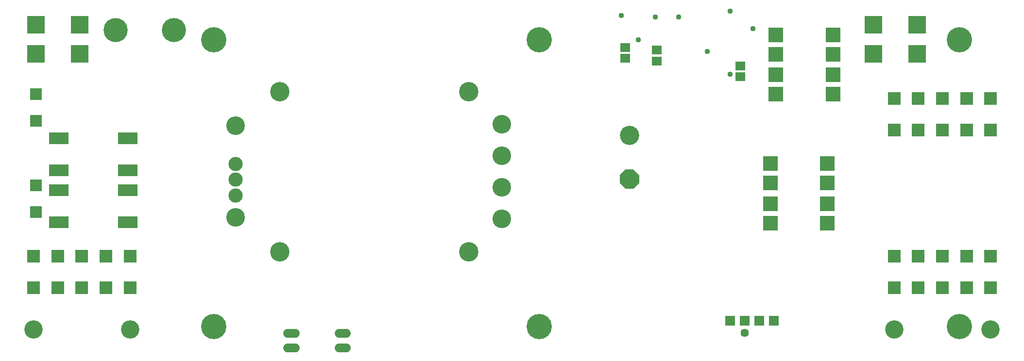
<source format=gbl>
G04 EAGLE Gerber RS-274X export*
G75*
%MOMM*%
%FSLAX34Y34*%
%LPD*%
%INSoldermask Bottom*%
%IPPOS*%
%AMOC8*
5,1,8,0,0,1.08239X$1,22.5*%
G01*
%ADD10C,4.203200*%
%ADD11C,3.352800*%
%ADD12P,3.629037X8X292.500000*%
%ADD13R,1.703200X1.503200*%
%ADD14C,2.483200*%
%ADD15C,3.248200*%
%ADD16R,2.603200X2.603200*%
%ADD17C,1.524000*%
%ADD18R,2.303200X2.303200*%
%ADD19C,3.203200*%
%ADD20C,3.378200*%
%ADD21R,3.060700X3.060700*%
%ADD22R,1.778200X1.778200*%
%ADD23C,1.453200*%
%ADD24C,4.403200*%
%ADD25R,2.153200X2.153200*%
%ADD26R,3.403200X2.003200*%
%ADD27C,0.959600*%


D10*
X169200Y577500D03*
X270800Y577500D03*
D11*
X1065000Y393100D03*
D12*
X1065000Y316900D03*
D13*
X1257500Y514500D03*
X1257500Y495500D03*
D14*
X378100Y316200D03*
X378100Y288700D03*
D15*
X378100Y410000D03*
X378100Y250000D03*
X841900Y412500D03*
X841900Y302500D03*
X841900Y357500D03*
X841900Y247500D03*
D14*
X378100Y343800D03*
D13*
X1112500Y523000D03*
X1112500Y542000D03*
D16*
X1310000Y274000D03*
X1310000Y240000D03*
X1409400Y274000D03*
X1409200Y240000D03*
X1310000Y344000D03*
X1310000Y310000D03*
X1409400Y344000D03*
X1409200Y310000D03*
X1320000Y499000D03*
X1320000Y465000D03*
X1419400Y499000D03*
X1419200Y465000D03*
X1320000Y569000D03*
X1320000Y535000D03*
X1419400Y569000D03*
X1419200Y535000D03*
D17*
X481900Y47700D02*
X468692Y47700D01*
X468692Y22300D02*
X481900Y22300D01*
X558100Y22300D02*
X571308Y22300D01*
X571308Y47700D02*
X558100Y47700D01*
D13*
X1057500Y528000D03*
X1057500Y547000D03*
D18*
X1526000Y457500D03*
X1568000Y457500D03*
X1610000Y457500D03*
X1652000Y457500D03*
X1694000Y457500D03*
X1652000Y402500D03*
X1694000Y402500D03*
X1610000Y402500D03*
X1568000Y402500D03*
X1526000Y402500D03*
X194000Y127900D03*
X152000Y127900D03*
X110000Y127900D03*
X68000Y127900D03*
X26000Y127900D03*
X68000Y182900D03*
X26000Y182900D03*
X110000Y182900D03*
X152000Y182900D03*
X194000Y182900D03*
D19*
X194000Y54900D03*
X26000Y54900D03*
D18*
X1694000Y127900D03*
X1652000Y127900D03*
X1610000Y127900D03*
X1568000Y127900D03*
X1526000Y127900D03*
X1568000Y182900D03*
X1526000Y182900D03*
X1610000Y182900D03*
X1652000Y182900D03*
X1694000Y182900D03*
D19*
X1694000Y54900D03*
X1526000Y54900D03*
D20*
X455408Y469700D03*
X455408Y190300D03*
X784592Y469700D03*
X784592Y190300D03*
D21*
X30000Y586200D03*
X106200Y586200D03*
X106200Y535400D03*
X30000Y535400D03*
X1490000Y586200D03*
X1566200Y586200D03*
X1566200Y535400D03*
X1490000Y535400D03*
D22*
X1240000Y70000D03*
X1265400Y70000D03*
X1290800Y70000D03*
X1316200Y70000D03*
D23*
X1265400Y48400D03*
D24*
X1640000Y60000D03*
X1640000Y560000D03*
X907500Y560000D03*
X907500Y60000D03*
X340000Y560000D03*
X340000Y60000D03*
D25*
X30000Y260000D03*
X30000Y419000D03*
X30000Y306000D03*
X30000Y465000D03*
D26*
X190000Y242000D03*
X190000Y298000D03*
X190000Y332000D03*
X190000Y388000D03*
X70000Y388000D03*
X70000Y332000D03*
X70000Y298000D03*
X70000Y242000D03*
D27*
X1150000Y600000D03*
X1200000Y540000D03*
X1240000Y610000D03*
X1280000Y580000D03*
X1240000Y500000D03*
X1110000Y600000D03*
X1080000Y560000D03*
X1050000Y602700D03*
M02*

</source>
